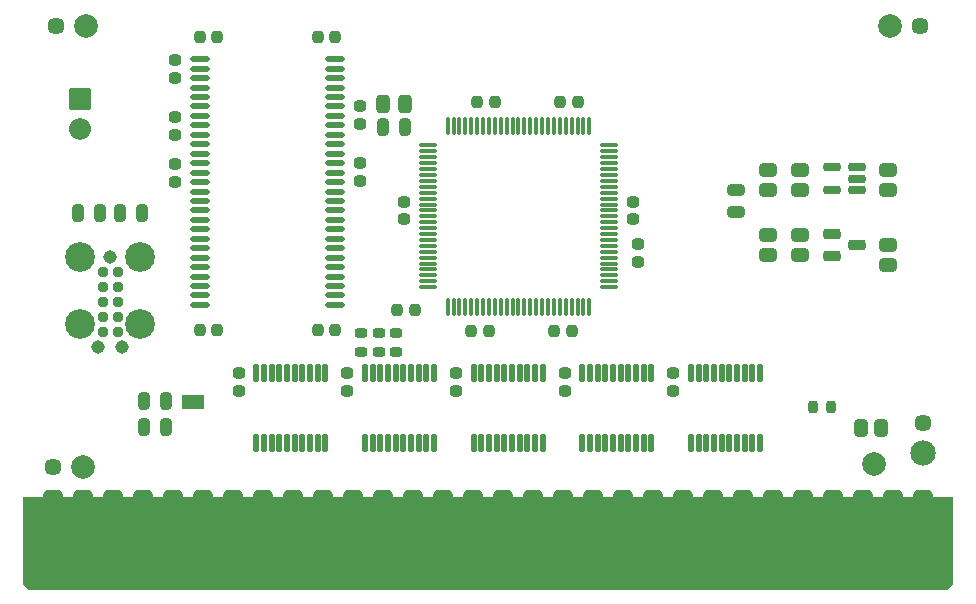
<source format=gts>
G04 #@! TF.GenerationSoftware,KiCad,Pcbnew,7.0.1-0*
G04 #@! TF.CreationDate,2023-10-30T17:31:38-04:00*
G04 #@! TF.ProjectId,RAM2E,52414d32-452e-46b6-9963-61645f706362,2.1*
G04 #@! TF.SameCoordinates,Original*
G04 #@! TF.FileFunction,Soldermask,Top*
G04 #@! TF.FilePolarity,Negative*
%FSLAX46Y46*%
G04 Gerber Fmt 4.6, Leading zero omitted, Abs format (unit mm)*
G04 Created by KiCad (PCBNEW 7.0.1-0) date 2023-10-30 17:31:38*
%MOMM*%
%LPD*%
G01*
G04 APERTURE LIST*
G04 Aperture macros list*
%AMRoundRect*
0 Rectangle with rounded corners*
0 $1 Rounding radius*
0 $2 $3 $4 $5 $6 $7 $8 $9 X,Y pos of 4 corners*
0 Add a 4 corners polygon primitive as box body*
4,1,4,$2,$3,$4,$5,$6,$7,$8,$9,$2,$3,0*
0 Add four circle primitives for the rounded corners*
1,1,$1+$1,$2,$3*
1,1,$1+$1,$4,$5*
1,1,$1+$1,$6,$7*
1,1,$1+$1,$8,$9*
0 Add four rect primitives between the rounded corners*
20,1,$1+$1,$2,$3,$4,$5,0*
20,1,$1+$1,$4,$5,$6,$7,0*
20,1,$1+$1,$6,$7,$8,$9,0*
20,1,$1+$1,$8,$9,$2,$3,0*%
G04 Aperture macros list end*
%ADD10C,0.000000*%
%ADD11C,0.076200*%
%ADD12C,2.000000*%
%ADD13RoundRect,0.136500X0.112500X-0.612500X0.112500X0.612500X-0.112500X0.612500X-0.112500X-0.612500X0*%
%ADD14RoundRect,0.262500X-0.262500X0.212500X-0.262500X-0.212500X0.262500X-0.212500X0.262500X0.212500X0*%
%ADD15RoundRect,0.457200X0.381000X3.289000X-0.381000X3.289000X-0.381000X-3.289000X0.381000X-3.289000X0*%
%ADD16RoundRect,0.262500X0.262500X-0.212500X0.262500X0.212500X-0.262500X0.212500X-0.262500X-0.212500X0*%
%ADD17RoundRect,0.262500X-0.212500X-0.262500X0.212500X-0.262500X0.212500X0.262500X-0.212500X0.262500X0*%
%ADD18RoundRect,0.164500X-0.640500X-0.114500X0.640500X-0.114500X0.640500X0.114500X-0.640500X0.114500X0*%
%ADD19RoundRect,0.262500X0.212500X0.262500X-0.212500X0.262500X-0.212500X-0.262500X0.212500X-0.262500X0*%
%ADD20C,2.152400*%
%ADD21RoundRect,0.099000X-0.662500X-0.075000X0.662500X-0.075000X0.662500X0.075000X-0.662500X0.075000X0*%
%ADD22RoundRect,0.099000X-0.075000X-0.662500X0.075000X-0.662500X0.075000X0.662500X-0.075000X0.662500X0*%
%ADD23RoundRect,0.312500X0.262500X0.437500X-0.262500X0.437500X-0.262500X-0.437500X0.262500X-0.437500X0*%
%ADD24RoundRect,0.312500X-0.437500X0.262500X-0.437500X-0.262500X0.437500X-0.262500X0.437500X0.262500X0*%
%ADD25C,2.527300*%
%ADD26C,1.143000*%
%ADD27C,0.939800*%
%ADD28RoundRect,0.262500X-0.212500X-0.487500X0.212500X-0.487500X0.212500X0.487500X-0.212500X0.487500X0*%
%ADD29RoundRect,0.262500X0.212500X0.487500X-0.212500X0.487500X-0.212500X-0.487500X0.212500X-0.487500X0*%
%ADD30C,1.448000*%
%ADD31RoundRect,0.312500X0.437500X-0.262500X0.437500X0.262500X-0.437500X0.262500X-0.437500X-0.262500X0*%
%ADD32RoundRect,0.250000X-0.475000X-0.200000X0.475000X-0.200000X0.475000X0.200000X-0.475000X0.200000X0*%
%ADD33RoundRect,0.212500X0.512500X0.162500X-0.512500X0.162500X-0.512500X-0.162500X0.512500X-0.162500X0*%
%ADD34RoundRect,0.262500X0.487500X-0.212500X0.487500X0.212500X-0.487500X0.212500X-0.487500X-0.212500X0*%
%ADD35RoundRect,0.225000X-0.300000X0.175000X-0.300000X-0.175000X0.300000X-0.175000X0.300000X0.175000X0*%
%ADD36RoundRect,0.076200X-0.850000X-0.850000X0.850000X-0.850000X0.850000X0.850000X-0.850000X0.850000X0*%
%ADD37O,1.852400X1.852400*%
%ADD38RoundRect,0.225000X-0.175000X-0.300000X0.175000X-0.300000X0.175000X0.300000X-0.175000X0.300000X0*%
%ADD39RoundRect,0.319950X0.243750X0.456250X-0.243750X0.456250X-0.243750X-0.456250X0.243750X-0.456250X0*%
G04 APERTURE END LIST*
D10*
G36*
X276860000Y-139446000D02*
G01*
X276352000Y-139954000D01*
X198628000Y-139954000D01*
X198120000Y-139446000D01*
X198120000Y-132080000D01*
X276860000Y-132080000D01*
X276860000Y-139446000D01*
G37*
D11*
X213360000Y-124587000D02*
X211582000Y-124587000D01*
X211582000Y-123444000D01*
X213360000Y-123444000D01*
X213360000Y-124587000D01*
G36*
X213360000Y-124587000D02*
G01*
X211582000Y-124587000D01*
X211582000Y-123444000D01*
X213360000Y-123444000D01*
X213360000Y-124587000D01*
G37*
D12*
X203200000Y-129540000D03*
X271526000Y-92202000D03*
D13*
X236250000Y-127550000D03*
X236900000Y-127550000D03*
X237550000Y-127550000D03*
X238200000Y-127550000D03*
X238850000Y-127550000D03*
X239500000Y-127550000D03*
X240150000Y-127550000D03*
X240800000Y-127550000D03*
X241450000Y-127550000D03*
X242100000Y-127550000D03*
X242100000Y-121650000D03*
X241450000Y-121650000D03*
X240800000Y-121650000D03*
X240150000Y-121650000D03*
X239500000Y-121650000D03*
X238850000Y-121650000D03*
X238200000Y-121650000D03*
X237550000Y-121650000D03*
X236900000Y-121650000D03*
X236250000Y-121650000D03*
D14*
X234750000Y-121650000D03*
X234750000Y-123150000D03*
X253150000Y-121650000D03*
X253150000Y-123150000D03*
D13*
X254650000Y-127550000D03*
X255300000Y-127550000D03*
X255950000Y-127550000D03*
X256600000Y-127550000D03*
X257250000Y-127550000D03*
X257900000Y-127550000D03*
X258550000Y-127550000D03*
X259200000Y-127550000D03*
X259850000Y-127550000D03*
X260500000Y-127550000D03*
X260500000Y-121650000D03*
X259850000Y-121650000D03*
X259200000Y-121650000D03*
X258550000Y-121650000D03*
X257900000Y-121650000D03*
X257250000Y-121650000D03*
X256600000Y-121650000D03*
X255950000Y-121650000D03*
X255300000Y-121650000D03*
X254650000Y-121650000D03*
D14*
X243950000Y-121650000D03*
X243950000Y-123150000D03*
D13*
X217850000Y-127550000D03*
X218500000Y-127550000D03*
X219150000Y-127550000D03*
X219800000Y-127550000D03*
X220450000Y-127550000D03*
X221100000Y-127550000D03*
X221750000Y-127550000D03*
X222400000Y-127550000D03*
X223050000Y-127550000D03*
X223700000Y-127550000D03*
X223700000Y-121650000D03*
X223050000Y-121650000D03*
X222400000Y-121650000D03*
X221750000Y-121650000D03*
X221100000Y-121650000D03*
X220450000Y-121650000D03*
X219800000Y-121650000D03*
X219150000Y-121650000D03*
X218500000Y-121650000D03*
X217850000Y-121650000D03*
X245450000Y-127550000D03*
X246100000Y-127550000D03*
X246750000Y-127550000D03*
X247400000Y-127550000D03*
X248050000Y-127550000D03*
X248700000Y-127550000D03*
X249350000Y-127550000D03*
X250000000Y-127550000D03*
X250650000Y-127550000D03*
X251300000Y-127550000D03*
X251300000Y-121650000D03*
X250650000Y-121650000D03*
X250000000Y-121650000D03*
X249350000Y-121650000D03*
X248700000Y-121650000D03*
X248050000Y-121650000D03*
X247400000Y-121650000D03*
X246750000Y-121650000D03*
X246100000Y-121650000D03*
X245450000Y-121650000D03*
D15*
X200660000Y-135282000D03*
X203200000Y-135282000D03*
X205740000Y-135282000D03*
X208280000Y-135282000D03*
X210820000Y-135282000D03*
X213360000Y-135282000D03*
X215900000Y-135282000D03*
X218440000Y-135282000D03*
X220980000Y-135282000D03*
X223520000Y-135282000D03*
X226060000Y-135282000D03*
X228600000Y-135282000D03*
X231140000Y-135282000D03*
X233680000Y-135282000D03*
X236220000Y-135282000D03*
X238760000Y-135282000D03*
X241300000Y-135282000D03*
X243840000Y-135282000D03*
X246380000Y-135282000D03*
X248920000Y-135282000D03*
X251460000Y-135282000D03*
X254000000Y-135282000D03*
X256540000Y-135282000D03*
X259080000Y-135282000D03*
X261620000Y-135282000D03*
X264160000Y-135282000D03*
X266700000Y-135282000D03*
X269240000Y-135282000D03*
X271780000Y-135282000D03*
X274320000Y-135282000D03*
D13*
X227050000Y-127550000D03*
X227700000Y-127550000D03*
X228350000Y-127550000D03*
X229000000Y-127550000D03*
X229650000Y-127550000D03*
X230300000Y-127550000D03*
X230950000Y-127550000D03*
X231600000Y-127550000D03*
X232250000Y-127550000D03*
X232900000Y-127550000D03*
X232900000Y-121650000D03*
X232250000Y-121650000D03*
X231600000Y-121650000D03*
X230950000Y-121650000D03*
X230300000Y-121650000D03*
X229650000Y-121650000D03*
X229000000Y-121650000D03*
X228350000Y-121650000D03*
X227700000Y-121650000D03*
X227050000Y-121650000D03*
D14*
X225550000Y-121650000D03*
X225550000Y-123150000D03*
X226600000Y-103850000D03*
X226600000Y-105350000D03*
D16*
X211000000Y-101450000D03*
X211000000Y-99950000D03*
X211000000Y-96650000D03*
X211000000Y-95150000D03*
D17*
X236550000Y-98650000D03*
X238050000Y-98650000D03*
X243550000Y-98650000D03*
X245050000Y-98650000D03*
X243050000Y-118050000D03*
X244550000Y-118050000D03*
X236050000Y-118050000D03*
X237550000Y-118050000D03*
D16*
X249750000Y-108600000D03*
X249750000Y-107100000D03*
X230350000Y-108600000D03*
X230350000Y-107100000D03*
X211000000Y-105450000D03*
X211000000Y-103950000D03*
D14*
X226600000Y-99050000D03*
X226600000Y-100550000D03*
D18*
X213050000Y-95050000D03*
X213050000Y-95850000D03*
X213050000Y-96650000D03*
X213050000Y-97450000D03*
X213050000Y-98250000D03*
X213050000Y-99050000D03*
X213050000Y-99850000D03*
X213050000Y-100650000D03*
X213050000Y-101450000D03*
X213050000Y-102250000D03*
X213050000Y-103050000D03*
X213050000Y-103850000D03*
X213050000Y-104650000D03*
X213050000Y-105450000D03*
X213050000Y-106250000D03*
X213050000Y-107050000D03*
X213050000Y-107850000D03*
X213050000Y-108650000D03*
X213050000Y-109450000D03*
X213050000Y-110250000D03*
X213050000Y-111050000D03*
X213050000Y-111850000D03*
X213050000Y-112650000D03*
X213050000Y-113450000D03*
X213050000Y-114250000D03*
X213050000Y-115050000D03*
X213050000Y-115850000D03*
X224550000Y-115850000D03*
X224550000Y-115050000D03*
X224550000Y-114250000D03*
X224550000Y-113450000D03*
X224550000Y-112650000D03*
X224550000Y-111850000D03*
X224550000Y-111050000D03*
X224550000Y-110250000D03*
X224550000Y-109450000D03*
X224550000Y-108650000D03*
X224550000Y-107850000D03*
X224550000Y-107050000D03*
X224550000Y-106250000D03*
X224550000Y-105450000D03*
X224550000Y-104650000D03*
X224550000Y-103850000D03*
X224550000Y-103050000D03*
X224550000Y-102250000D03*
X224550000Y-101450000D03*
X224550000Y-100650000D03*
X224550000Y-99850000D03*
X224550000Y-99050000D03*
X224550000Y-98250000D03*
X224550000Y-97450000D03*
X224550000Y-96650000D03*
X224550000Y-95850000D03*
X224550000Y-95050000D03*
D19*
X231250000Y-116250000D03*
X229750000Y-116250000D03*
D12*
X203454000Y-92202000D03*
D20*
X274320000Y-128397000D03*
D21*
X232387500Y-102350000D03*
X232387500Y-102850000D03*
X232387500Y-103350000D03*
X232387500Y-103850000D03*
X232387500Y-104350000D03*
X232387500Y-104850000D03*
X232387500Y-105350000D03*
X232387500Y-105850000D03*
X232387500Y-106350000D03*
X232387500Y-106850000D03*
X232387500Y-107350000D03*
X232387500Y-107850000D03*
X232387500Y-108350000D03*
X232387500Y-108850000D03*
X232387500Y-109350000D03*
X232387500Y-109850000D03*
X232387500Y-110350000D03*
X232387500Y-110850000D03*
X232387500Y-111350000D03*
X232387500Y-111850000D03*
X232387500Y-112350000D03*
X232387500Y-112850000D03*
X232387500Y-113350000D03*
X232387500Y-113850000D03*
X232387500Y-114350000D03*
D22*
X234050000Y-116012500D03*
X234550000Y-116012500D03*
X235050000Y-116012500D03*
X235550000Y-116012500D03*
X236050000Y-116012500D03*
X236550000Y-116012500D03*
X237050000Y-116012500D03*
X237550000Y-116012500D03*
X238050000Y-116012500D03*
X238550000Y-116012500D03*
X239050000Y-116012500D03*
X239550000Y-116012500D03*
X240050000Y-116012500D03*
X240550000Y-116012500D03*
X241050000Y-116012500D03*
X241550000Y-116012500D03*
X242050000Y-116012500D03*
X242550000Y-116012500D03*
X243050000Y-116012500D03*
X243550000Y-116012500D03*
X244050000Y-116012500D03*
X244550000Y-116012500D03*
X245050000Y-116012500D03*
X245550000Y-116012500D03*
X246050000Y-116012500D03*
D21*
X247712500Y-114350000D03*
X247712500Y-113850000D03*
X247712500Y-113350000D03*
X247712500Y-112850000D03*
X247712500Y-112350000D03*
X247712500Y-111850000D03*
X247712500Y-111350000D03*
X247712500Y-110850000D03*
X247712500Y-110350000D03*
X247712500Y-109850000D03*
X247712500Y-109350000D03*
X247712500Y-108850000D03*
X247712500Y-108350000D03*
X247712500Y-107850000D03*
X247712500Y-107350000D03*
X247712500Y-106850000D03*
X247712500Y-106350000D03*
X247712500Y-105850000D03*
X247712500Y-105350000D03*
X247712500Y-104850000D03*
X247712500Y-104350000D03*
X247712500Y-103850000D03*
X247712500Y-103350000D03*
X247712500Y-102850000D03*
X247712500Y-102350000D03*
D22*
X246050000Y-100687500D03*
X245550000Y-100687500D03*
X245050000Y-100687500D03*
X244550000Y-100687500D03*
X244050000Y-100687500D03*
X243550000Y-100687500D03*
X243050000Y-100687500D03*
X242550000Y-100687500D03*
X242050000Y-100687500D03*
X241550000Y-100687500D03*
X241050000Y-100687500D03*
X240550000Y-100687500D03*
X240050000Y-100687500D03*
X239550000Y-100687500D03*
X239050000Y-100687500D03*
X238550000Y-100687500D03*
X238050000Y-100687500D03*
X237550000Y-100687500D03*
X237050000Y-100687500D03*
X236550000Y-100687500D03*
X236050000Y-100687500D03*
X235550000Y-100687500D03*
X235050000Y-100687500D03*
X234550000Y-100687500D03*
X234050000Y-100687500D03*
D23*
X270725000Y-126238000D03*
X269025000Y-126238000D03*
D12*
X270129000Y-129286000D03*
D24*
X271350000Y-110800000D03*
X271350000Y-112500000D03*
D14*
X250150000Y-110700000D03*
X250150000Y-112200000D03*
D17*
X223050000Y-93150000D03*
X224550000Y-93150000D03*
D25*
X208026000Y-111760000D03*
D26*
X205486000Y-111760000D03*
D25*
X202946000Y-111760000D03*
X208026000Y-117475000D03*
X202946000Y-117475000D03*
D26*
X206502000Y-119380000D03*
X204470000Y-119380000D03*
D27*
X204851000Y-113030000D03*
X204851000Y-114300000D03*
X204851000Y-115570000D03*
X204851000Y-116840000D03*
X204851000Y-118110000D03*
X206121000Y-118110000D03*
X206121000Y-116840000D03*
X206121000Y-115570000D03*
X206121000Y-114300000D03*
X206121000Y-113030000D03*
D28*
X208346000Y-126174500D03*
X210246000Y-126174500D03*
D29*
X204658000Y-108077000D03*
X202758000Y-108077000D03*
X208214000Y-108077000D03*
X206314000Y-108077000D03*
D28*
X208346000Y-124015500D03*
X210246000Y-124015500D03*
D30*
X200660000Y-129540000D03*
X200914000Y-92202000D03*
X274066000Y-92202000D03*
X274320000Y-125857000D03*
D31*
X263900000Y-111650000D03*
X263900000Y-109950000D03*
D32*
X266600000Y-109850000D03*
X266600000Y-111750000D03*
X268700000Y-110800000D03*
D31*
X261200000Y-111650000D03*
X261200000Y-109950000D03*
D17*
X213050000Y-93150000D03*
X214550000Y-93150000D03*
D14*
X216350000Y-121650000D03*
X216350000Y-123150000D03*
D17*
X213050000Y-117950000D03*
X214550000Y-117950000D03*
D33*
X268700000Y-106100000D03*
X268700000Y-105150000D03*
X268700000Y-104200000D03*
X266600000Y-104200000D03*
X266600000Y-106100000D03*
D31*
X263900000Y-106100000D03*
X263900000Y-104400000D03*
X261200000Y-106100000D03*
X261200000Y-104400000D03*
X271350000Y-106100000D03*
X271350000Y-104400000D03*
D34*
X258500000Y-108000000D03*
X258500000Y-106100000D03*
D35*
X229650000Y-118250000D03*
X229650000Y-119850000D03*
D36*
X202946000Y-98425000D03*
D37*
X202946000Y-100965000D03*
D38*
X264950000Y-124500000D03*
X266550000Y-124500000D03*
D17*
X223050000Y-117950000D03*
X224550000Y-117950000D03*
D35*
X228200000Y-118250000D03*
X228200000Y-119850000D03*
X226750000Y-118250000D03*
X226750000Y-119850000D03*
D28*
X228550000Y-100800000D03*
X230450000Y-100800000D03*
D39*
X230437500Y-98850000D03*
X228562500Y-98850000D03*
M02*

</source>
